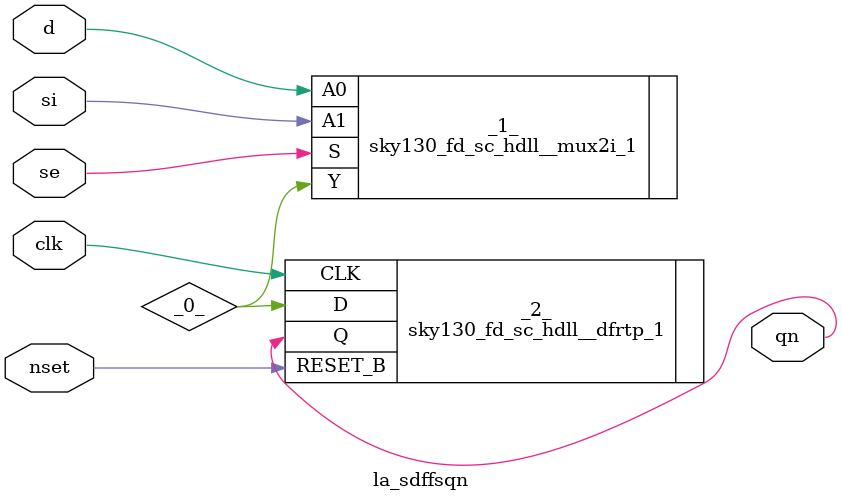
<source format=v>

/* Generated by Yosys 0.38+92 (git sha1 84116c9a3, x86_64-conda-linux-gnu-cc 11.2.0 -fvisibility-inlines-hidden -fmessage-length=0 -march=nocona -mtune=haswell -ftree-vectorize -fPIC -fstack-protector-strong -fno-plt -O2 -ffunction-sections -fdebug-prefix-map=/root/conda-eda/conda-eda/workdir/conda-env/conda-bld/yosys_1708682838165/work=/usr/local/src/conda/yosys-0.38_93_g84116c9a3 -fdebug-prefix-map=/user/projekt_pia/miniconda3/envs/sc=/usr/local/src/conda-prefix -fPIC -Os -fno-merge-constants) */

module la_sdffsqn(d, si, se, clk, nset, qn);
  wire _0_;
  input clk;
  wire clk;
  input d;
  wire d;
  input nset;
  wire nset;
  output qn;
  wire qn;
  input se;
  wire se;
  input si;
  wire si;
  sky130_fd_sc_hdll__mux2i_1 _1_ (
    .A0(d),
    .A1(si),
    .S(se),
    .Y(_0_)
  );
  sky130_fd_sc_hdll__dfrtp_1 _2_ (
    .CLK(clk),
    .D(_0_),
    .Q(qn),
    .RESET_B(nset)
  );
endmodule

</source>
